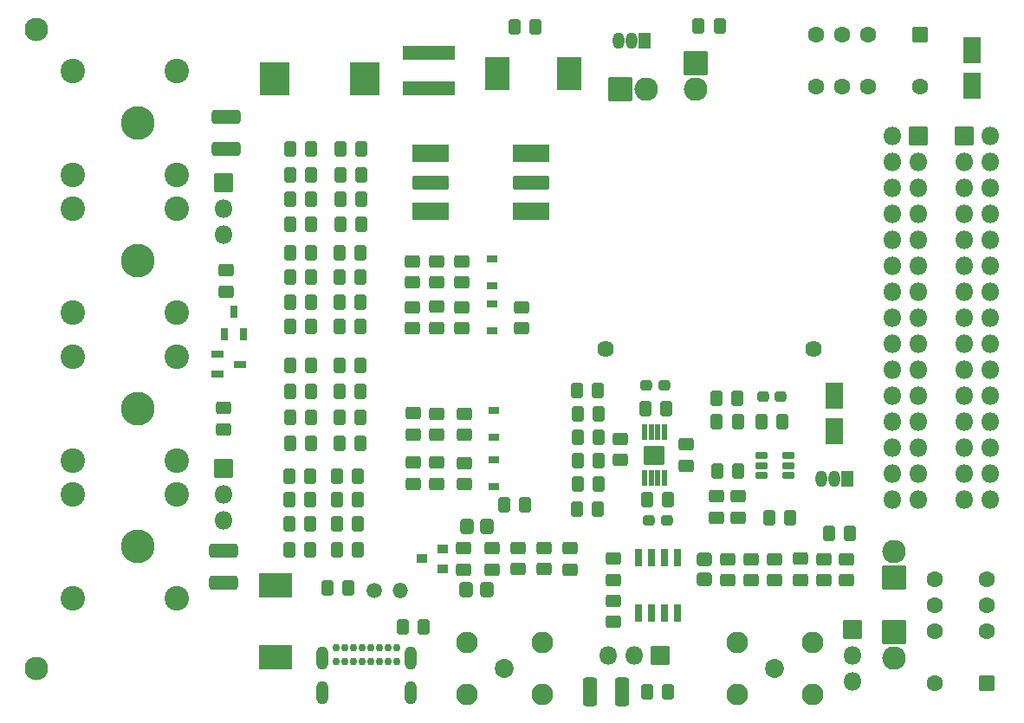
<source format=gts>
%TF.GenerationSoftware,KiCad,Pcbnew,(6.0.6-1)-1*%
%TF.CreationDate,2022-07-06T12:40:26-04:00*%
%TF.ProjectId,dad_bod,6461645f-626f-4642-9e6b-696361645f70,rev?*%
%TF.SameCoordinates,Original*%
%TF.FileFunction,Soldermask,Top*%
%TF.FilePolarity,Negative*%
%FSLAX46Y46*%
G04 Gerber Fmt 4.6, Leading zero omitted, Abs format (unit mm)*
G04 Created by KiCad (PCBNEW (6.0.6-1)-1) date 2022-07-06 12:40:26*
%MOMM*%
%LPD*%
G01*
G04 APERTURE LIST*
G04 Aperture macros list*
%AMRoundRect*
0 Rectangle with rounded corners*
0 $1 Rounding radius*
0 $2 $3 $4 $5 $6 $7 $8 $9 X,Y pos of 4 corners*
0 Add a 4 corners polygon primitive as box body*
4,1,4,$2,$3,$4,$5,$6,$7,$8,$9,$2,$3,0*
0 Add four circle primitives for the rounded corners*
1,1,$1+$1,$2,$3*
1,1,$1+$1,$4,$5*
1,1,$1+$1,$6,$7*
1,1,$1+$1,$8,$9*
0 Add four rect primitives between the rounded corners*
20,1,$1+$1,$2,$3,$4,$5,0*
20,1,$1+$1,$4,$5,$6,$7,0*
20,1,$1+$1,$6,$7,$8,$9,0*
20,1,$1+$1,$8,$9,$2,$3,0*%
G04 Aperture macros list end*
%ADD10O,1.800000X1.800000*%
%ADD11RoundRect,0.050000X-0.850000X-0.850000X0.850000X-0.850000X0.850000X0.850000X-0.850000X0.850000X0*%
%ADD12RoundRect,0.300000X0.325000X0.450000X-0.325000X0.450000X-0.325000X-0.450000X0.325000X-0.450000X0*%
%ADD13RoundRect,0.050000X0.525000X0.750000X-0.525000X0.750000X-0.525000X-0.750000X0.525000X-0.750000X0*%
%ADD14O,1.150000X1.600000*%
%ADD15RoundRect,0.300000X-0.325000X-0.450000X0.325000X-0.450000X0.325000X0.450000X-0.325000X0.450000X0*%
%ADD16RoundRect,0.050000X0.300000X0.575000X-0.300000X0.575000X-0.300000X-0.575000X0.300000X-0.575000X0*%
%ADD17RoundRect,0.050000X0.575000X-0.300000X0.575000X0.300000X-0.575000X0.300000X-0.575000X-0.300000X0*%
%ADD18C,0.750000*%
%ADD19O,1.208000X2.316000*%
%ADD20C,1.624000*%
%ADD21RoundRect,0.050000X-0.800000X-1.250000X0.800000X-1.250000X0.800000X1.250000X-0.800000X1.250000X0*%
%ADD22RoundRect,0.300000X-0.412500X-1.100000X0.412500X-1.100000X0.412500X1.100000X-0.412500X1.100000X0*%
%ADD23RoundRect,0.300000X1.100000X-0.412500X1.100000X0.412500X-1.100000X0.412500X-1.100000X-0.412500X0*%
%ADD24RoundRect,0.300000X0.450000X-0.325000X0.450000X0.325000X-0.450000X0.325000X-0.450000X-0.325000X0*%
%ADD25RoundRect,0.050000X-0.500000X0.275000X-0.500000X-0.275000X0.500000X-0.275000X0.500000X0.275000X0*%
%ADD26RoundRect,0.300000X-0.450000X0.325000X-0.450000X-0.325000X0.450000X-0.325000X0.450000X0.325000X0*%
%ADD27RoundRect,0.287500X-0.287500X-0.237500X0.287500X-0.237500X0.287500X0.237500X-0.287500X0.237500X0*%
%ADD28RoundRect,0.287500X0.287500X0.237500X-0.287500X0.237500X-0.287500X-0.237500X0.287500X-0.237500X0*%
%ADD29RoundRect,0.050000X-1.100000X-1.575000X1.100000X-1.575000X1.100000X1.575000X-1.100000X1.575000X0*%
%ADD30RoundRect,0.050000X-1.100000X1.100000X-1.100000X-1.100000X1.100000X-1.100000X1.100000X1.100000X0*%
%ADD31O,2.300000X2.300000*%
%ADD32RoundRect,0.050000X-1.100000X-1.100000X1.100000X-1.100000X1.100000X1.100000X-1.100000X1.100000X0*%
%ADD33RoundRect,0.050000X1.100000X-1.100000X1.100000X1.100000X-1.100000X1.100000X-1.100000X-1.100000X0*%
%ADD34RoundRect,0.300000X0.350000X0.450000X-0.350000X0.450000X-0.350000X-0.450000X0.350000X-0.450000X0*%
%ADD35RoundRect,0.300000X-0.450000X0.350000X-0.450000X-0.350000X0.450000X-0.350000X0.450000X0.350000X0*%
%ADD36C,3.300000*%
%ADD37C,2.400000*%
%ADD38RoundRect,0.050000X-0.850000X0.850000X-0.850000X-0.850000X0.850000X-0.850000X0.850000X0.850000X0*%
%ADD39C,1.855000*%
%ADD40C,2.125000*%
%ADD41RoundRect,0.300500X-0.499500X0.499500X-0.499500X-0.499500X0.499500X-0.499500X0.499500X0.499500X0*%
%ADD42C,1.600000*%
%ADD43RoundRect,0.300500X0.499500X0.499500X-0.499500X0.499500X-0.499500X-0.499500X0.499500X-0.499500X0*%
%ADD44RoundRect,0.050000X0.450000X0.400000X-0.450000X0.400000X-0.450000X-0.400000X0.450000X-0.400000X0*%
%ADD45RoundRect,0.050000X1.375000X1.600000X-1.375000X1.600000X-1.375000X-1.600000X1.375000X-1.600000X0*%
%ADD46RoundRect,0.050000X1.687500X-0.810000X1.687500X0.810000X-1.687500X0.810000X-1.687500X-0.810000X0*%
%ADD47RoundRect,0.050000X1.687500X-0.600000X1.687500X0.600000X-1.687500X0.600000X-1.687500X-0.600000X0*%
%ADD48RoundRect,0.050000X-2.500000X0.650000X-2.500000X-0.650000X2.500000X-0.650000X2.500000X0.650000X0*%
%ADD49RoundRect,0.050000X0.525000X-0.275000X0.525000X0.275000X-0.525000X0.275000X-0.525000X-0.275000X0*%
%ADD50RoundRect,0.050000X-0.325000X-0.764000X0.325000X-0.764000X0.325000X0.764000X-0.325000X0.764000X0*%
%ADD51RoundRect,0.050000X-0.225000X-0.712500X0.225000X-0.712500X0.225000X0.712500X-0.225000X0.712500X0*%
%ADD52RoundRect,0.050000X-0.940000X0.840000X-0.940000X-0.840000X0.940000X-0.840000X0.940000X0.840000X0*%
%ADD53RoundRect,0.050000X-1.575000X1.100000X-1.575000X-1.100000X1.575000X-1.100000X1.575000X1.100000X0*%
%ADD54C,1.500000*%
%ADD55O,1.500000X1.500000*%
%ADD56C,2.300000*%
G04 APERTURE END LIST*
D10*
X143764000Y-109987000D03*
X141224000Y-109987000D03*
X143764000Y-107447000D03*
X141224000Y-107447000D03*
X143764000Y-104907000D03*
X141224000Y-104907000D03*
X143764000Y-102367000D03*
X141224000Y-102367000D03*
X143764000Y-99827000D03*
X141224000Y-99827000D03*
X143764000Y-97287000D03*
X141224000Y-97287000D03*
X143764000Y-94747000D03*
X141224000Y-94747000D03*
X143764000Y-92207000D03*
X141224000Y-92207000D03*
X143764000Y-89667000D03*
X141224000Y-89667000D03*
X143764000Y-87127000D03*
X141224000Y-87127000D03*
X143764000Y-84587000D03*
X141224000Y-84587000D03*
X143764000Y-82047000D03*
X141224000Y-82047000D03*
X143764000Y-79507000D03*
X141224000Y-79507000D03*
X143764000Y-76967000D03*
X141224000Y-76967000D03*
X143764000Y-74427000D03*
D11*
X141224000Y-74427000D03*
D12*
X130066000Y-113284000D03*
X128016000Y-113284000D03*
D11*
X130302000Y-122682000D03*
D10*
X130302000Y-125222000D03*
X130302000Y-127762000D03*
D13*
X129794000Y-107950000D03*
D14*
X128524000Y-107950000D03*
X127254000Y-107950000D03*
X107424000Y-65149734D03*
X108694000Y-65149734D03*
D13*
X109964000Y-65149734D03*
D15*
X75302000Y-85870000D03*
X77352000Y-85870000D03*
D16*
X69850000Y-91610000D03*
X70800000Y-93810000D03*
X68900000Y-93810000D03*
D17*
X70442000Y-96774000D03*
X68242000Y-97724000D03*
X68242000Y-95824000D03*
D18*
X79829000Y-124499000D03*
X80679000Y-124499000D03*
X81529000Y-124499000D03*
X82379000Y-124499000D03*
X83229000Y-124499000D03*
X84079000Y-124499000D03*
X84929000Y-124499000D03*
X85779000Y-124499000D03*
X85779000Y-125849000D03*
X84929000Y-125849000D03*
X84079000Y-125849000D03*
X83229000Y-125849000D03*
X82379000Y-125849000D03*
X81529000Y-125849000D03*
X80679000Y-125849000D03*
X79829000Y-125849000D03*
D19*
X78479000Y-125479000D03*
X87129000Y-125479000D03*
X87129000Y-128859000D03*
X78479000Y-128859000D03*
D20*
X106172000Y-95250000D03*
X126492000Y-95250000D03*
D21*
X141986000Y-66068000D03*
X141986000Y-69568000D03*
X128524000Y-99850000D03*
X128524000Y-103350000D03*
D22*
X104609500Y-128778000D03*
X107734500Y-128778000D03*
D23*
X69088000Y-75721500D03*
X69088000Y-72596500D03*
X68834000Y-118148500D03*
X68834000Y-115023500D03*
D12*
X99314000Y-63754000D03*
X97264000Y-63754000D03*
D15*
X75342000Y-96901000D03*
X77392000Y-96901000D03*
X75342000Y-99441000D03*
X77392000Y-99441000D03*
X75324000Y-101981000D03*
X77374000Y-101981000D03*
X75324000Y-104521000D03*
X77374000Y-104521000D03*
D24*
X89662000Y-103650000D03*
X89662000Y-101600000D03*
X92329000Y-103650000D03*
X92329000Y-101600000D03*
D25*
X95250000Y-101291000D03*
X95250000Y-103941000D03*
D24*
X89662000Y-106408000D03*
X89662000Y-108458000D03*
X92329000Y-108476000D03*
X92329000Y-106426000D03*
D25*
X95250000Y-106117000D03*
X95250000Y-108767000D03*
D15*
X75206000Y-114935000D03*
X77256000Y-114935000D03*
X75206000Y-112395000D03*
X77256000Y-112395000D03*
X75206000Y-109982000D03*
X77256000Y-109982000D03*
X75206000Y-107696000D03*
X77256000Y-107696000D03*
D26*
X127444500Y-115851500D03*
X127444500Y-117901500D03*
D15*
X75302000Y-75710000D03*
X77352000Y-75710000D03*
X75302000Y-78250000D03*
X77352000Y-78250000D03*
X75302000Y-80663000D03*
X77352000Y-80663000D03*
X75302000Y-83076000D03*
X77352000Y-83076000D03*
D24*
X125222000Y-117856000D03*
X125222000Y-115806000D03*
D26*
X129678999Y-115826501D03*
X129678999Y-117876501D03*
D24*
X89662000Y-88782000D03*
X89662000Y-86732000D03*
X92075000Y-88782000D03*
X92075000Y-86732000D03*
D25*
X95059500Y-86441000D03*
X95059500Y-89091000D03*
D24*
X89662000Y-93227000D03*
X89662000Y-91177000D03*
X92075000Y-93245000D03*
X92075000Y-91195000D03*
D25*
X95059500Y-90886000D03*
X95059500Y-93536000D03*
D24*
X116967000Y-111760000D03*
X116967000Y-109710000D03*
X119126000Y-111769000D03*
X119126000Y-109719000D03*
D15*
X75302000Y-88283000D03*
X77352000Y-88283000D03*
X75302000Y-90696000D03*
X77352000Y-90696000D03*
X75302000Y-93109000D03*
X77352000Y-93109000D03*
D27*
X121535000Y-99949000D03*
X123285000Y-99949000D03*
D28*
X112127000Y-112014000D03*
X110377000Y-112014000D03*
D24*
X102702000Y-116840000D03*
X102702000Y-114790000D03*
X92288000Y-116840000D03*
X92288000Y-114790000D03*
X95091000Y-116840000D03*
X95091000Y-114790000D03*
X97622000Y-116831000D03*
X97622000Y-114781000D03*
X100162000Y-116831000D03*
X100162000Y-114781000D03*
X120396000Y-117890000D03*
X120396000Y-115840000D03*
X118110000Y-117872000D03*
X118110000Y-115822000D03*
X122682000Y-117881000D03*
X122682000Y-115831000D03*
D29*
X95560000Y-68326000D03*
X102560000Y-68326000D03*
D30*
X114989500Y-67310000D03*
D31*
X114989500Y-69850000D03*
D30*
X134366000Y-122936000D03*
D31*
X134366000Y-125476000D03*
D32*
X107614500Y-69848734D03*
D31*
X110154500Y-69848734D03*
D33*
X134366000Y-117602000D03*
D31*
X134366000Y-115062000D03*
D34*
X92572000Y-112640000D03*
X94572000Y-112640000D03*
D35*
X115824000Y-115840000D03*
X115824000Y-117840000D03*
D34*
X94508500Y-118863000D03*
X92508500Y-118863000D03*
D36*
X60452000Y-86614000D03*
D37*
X64252000Y-81534000D03*
X54092000Y-81534000D03*
X64252000Y-91694000D03*
X54092000Y-91694000D03*
X54092000Y-78232000D03*
X64252000Y-78232000D03*
X64252000Y-68072000D03*
X54092000Y-68072000D03*
D36*
X60452000Y-73152000D03*
X60452000Y-114554000D03*
D37*
X64252000Y-119634000D03*
X64252000Y-109474000D03*
X54092000Y-109474000D03*
X54092000Y-119634000D03*
D36*
X60452000Y-101092000D03*
D37*
X54092000Y-96012000D03*
X54092000Y-106172000D03*
X64252000Y-96012000D03*
X64252000Y-106172000D03*
D38*
X111506000Y-125222000D03*
D10*
X108966000Y-125222000D03*
X106426000Y-125222000D03*
D11*
X68834000Y-78994000D03*
D10*
X68834000Y-81534000D03*
X68834000Y-84074000D03*
D11*
X68834000Y-106934000D03*
D10*
X68834000Y-109474000D03*
X68834000Y-112014000D03*
D39*
X96266000Y-126492000D03*
D40*
X99966000Y-129032000D03*
X99966000Y-123952000D03*
X92566000Y-123952000D03*
X92566000Y-129032000D03*
D41*
X136906000Y-64516000D03*
D42*
X131826000Y-64516000D03*
X129286000Y-64516000D03*
X126746000Y-64516000D03*
X126746000Y-69596000D03*
X129286000Y-69596000D03*
X131826000Y-69596000D03*
X136906000Y-69596000D03*
D43*
X143437500Y-127943500D03*
D42*
X143437500Y-122863500D03*
X143437500Y-120323500D03*
X143437500Y-117783500D03*
X138357500Y-117783500D03*
X138357500Y-120323500D03*
X138357500Y-122863500D03*
X138357500Y-127943500D03*
D44*
X90240000Y-116765000D03*
X90240000Y-114865000D03*
X88240000Y-115815000D03*
D12*
X112268000Y-128778000D03*
X110218000Y-128778000D03*
D26*
X69088000Y-87621000D03*
X69088000Y-89671000D03*
D12*
X117284500Y-63698234D03*
X115234500Y-63698234D03*
D26*
X68834000Y-101083000D03*
X68834000Y-103133000D03*
D15*
X80159000Y-96901000D03*
X82209000Y-96901000D03*
X80150000Y-99441000D03*
X82200000Y-99441000D03*
X80159000Y-101981000D03*
X82209000Y-101981000D03*
X80159000Y-104521000D03*
X82209000Y-104521000D03*
D24*
X87376000Y-103641000D03*
X87376000Y-101591000D03*
D12*
X98307000Y-110490000D03*
X96257000Y-110490000D03*
D24*
X87376000Y-108467000D03*
X87376000Y-106417000D03*
D15*
X79905000Y-114935000D03*
X81955000Y-114935000D03*
X79905000Y-112395000D03*
X81955000Y-112395000D03*
X79923000Y-109982000D03*
X81973000Y-109982000D03*
X79905000Y-107696000D03*
X81955000Y-107696000D03*
D12*
X105428000Y-99314000D03*
X103378000Y-99314000D03*
D15*
X80255000Y-75710000D03*
X82305000Y-75710000D03*
X80255000Y-78250000D03*
X82305000Y-78250000D03*
X80255000Y-80663000D03*
X82305000Y-80663000D03*
X80255000Y-83076000D03*
X82305000Y-83076000D03*
D24*
X87249000Y-88782000D03*
X87249000Y-86732000D03*
X97917000Y-93245000D03*
X97917000Y-91195000D03*
D15*
X117085000Y-107188000D03*
X119135000Y-107188000D03*
D24*
X87249000Y-93245000D03*
X87249000Y-91195000D03*
D15*
X80137000Y-85870000D03*
X82187000Y-85870000D03*
X80128000Y-88283000D03*
X82178000Y-88283000D03*
X80128000Y-90696000D03*
X82178000Y-90696000D03*
X80128000Y-93109000D03*
X82178000Y-93109000D03*
X121394000Y-102362000D03*
X123444000Y-102362000D03*
D12*
X105428000Y-110934500D03*
X103378000Y-110934500D03*
X124215000Y-111760000D03*
X122165000Y-111760000D03*
X112268000Y-109982000D03*
X110218000Y-109982000D03*
D26*
X106934000Y-119888000D03*
X106934000Y-121938000D03*
D24*
X106934000Y-117856000D03*
X106934000Y-115806000D03*
D45*
X82632000Y-68834000D03*
X73832000Y-68834000D03*
D46*
X89070000Y-76154000D03*
D47*
X89070000Y-78994000D03*
D46*
X89070000Y-81834000D03*
X98890000Y-81834000D03*
D47*
X98890000Y-78994000D03*
D46*
X98890000Y-76154000D03*
D48*
X88900000Y-66322000D03*
X88900000Y-69822000D03*
D49*
X121382000Y-105730000D03*
X121382000Y-106680000D03*
X121382000Y-107630000D03*
X123982000Y-107630000D03*
X123982000Y-106680000D03*
X123982000Y-105730000D03*
D50*
X113157000Y-115653000D03*
X111887000Y-115653000D03*
X110617000Y-115653000D03*
X109347000Y-115653000D03*
X109347000Y-121075000D03*
X110617000Y-121075000D03*
X111887000Y-121075000D03*
X113157000Y-121075000D03*
D11*
X136672000Y-74422000D03*
D10*
X134132000Y-74422000D03*
X136672000Y-76962000D03*
X134132000Y-76962000D03*
X136672000Y-79502000D03*
X134132000Y-79502000D03*
X136672000Y-82042000D03*
X134132000Y-82042000D03*
X136672000Y-84582000D03*
X134132000Y-84582000D03*
X136672000Y-87122000D03*
X134132000Y-87122000D03*
X136672000Y-89662000D03*
X134132000Y-89662000D03*
X136672000Y-92202000D03*
X134132000Y-92202000D03*
X136672000Y-94742000D03*
X134132000Y-94742000D03*
X136672000Y-97282000D03*
X134132000Y-97282000D03*
X136672000Y-99822000D03*
X134132000Y-99822000D03*
X136672000Y-102362000D03*
X134132000Y-102362000D03*
X136672000Y-104902000D03*
X134132000Y-104902000D03*
X136672000Y-107442000D03*
X134132000Y-107442000D03*
X136672000Y-109982000D03*
X134132000Y-109982000D03*
D51*
X111900500Y-103452000D03*
X111250500Y-103452000D03*
X110600500Y-103452000D03*
X109950500Y-103452000D03*
X109950500Y-107876000D03*
X110600500Y-107876000D03*
X111250500Y-107876000D03*
X111900500Y-107876000D03*
D52*
X110925500Y-105664000D03*
D28*
X111909500Y-98869500D03*
X110159500Y-98869500D03*
D15*
X117003500Y-100139500D03*
X119053500Y-100139500D03*
D12*
X119062500Y-102362000D03*
X117012500Y-102362000D03*
X105482500Y-106172000D03*
X103432500Y-106172000D03*
X105500500Y-108458000D03*
X103450500Y-108458000D03*
D26*
X107578000Y-104067500D03*
X107578000Y-106117500D03*
D12*
X105500500Y-101663500D03*
X103450500Y-101663500D03*
X105500500Y-103886000D03*
X103450500Y-103886000D03*
D24*
X114046000Y-106680000D03*
X114046000Y-104630000D03*
D12*
X112068500Y-101155500D03*
X110018500Y-101155500D03*
D39*
X122682000Y-126492000D03*
D40*
X126382000Y-129032000D03*
X126382000Y-123952000D03*
X118982000Y-123952000D03*
X118982000Y-129032000D03*
D15*
X78976000Y-118618000D03*
X81026000Y-118618000D03*
D12*
X88410000Y-122428000D03*
X86360000Y-122428000D03*
D53*
X73914000Y-118420000D03*
X73914000Y-125420000D03*
D54*
X83566000Y-118872000D03*
D55*
X86106000Y-118872000D03*
D56*
X50500000Y-64008000D03*
X50500000Y-126500000D03*
M02*

</source>
